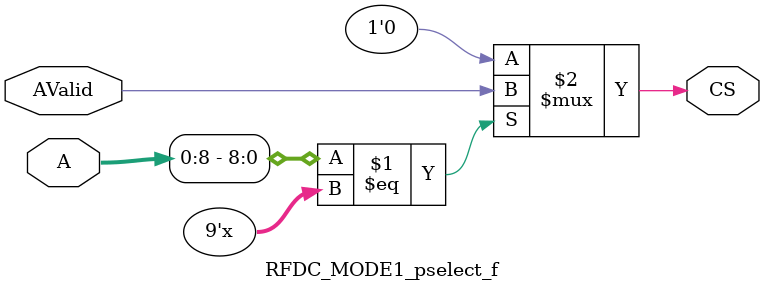
<source format=v>
`timescale 1 ps/1 ps

module RFDC_MODE1_pselect_f ( A, AValid, CS) ;

parameter C_AB  = 9;
parameter C_AW  = 32;
parameter [0:C_AW - 1] C_BAR =  'bz;
parameter C_FAMILY  = "nofamily";
input[0:C_AW-1] A; 
input AValid; 
output CS; 
wire CS;
parameter [0:C_AB-1]BAR = C_BAR[0:C_AB-1];

//----------------------------------------------------------------------------
// Build a behavioral decoder
//----------------------------------------------------------------------------
generate
if (C_AB > 0) begin : XST_WA
assign CS = (A[0:C_AB - 1] == BAR[0:C_AB - 1]) ? AValid : 1'b0 ;
end
endgenerate

generate
if (C_AB == 0) begin : PASS_ON_GEN
assign CS = AValid ;
end
endgenerate
endmodule

</source>
